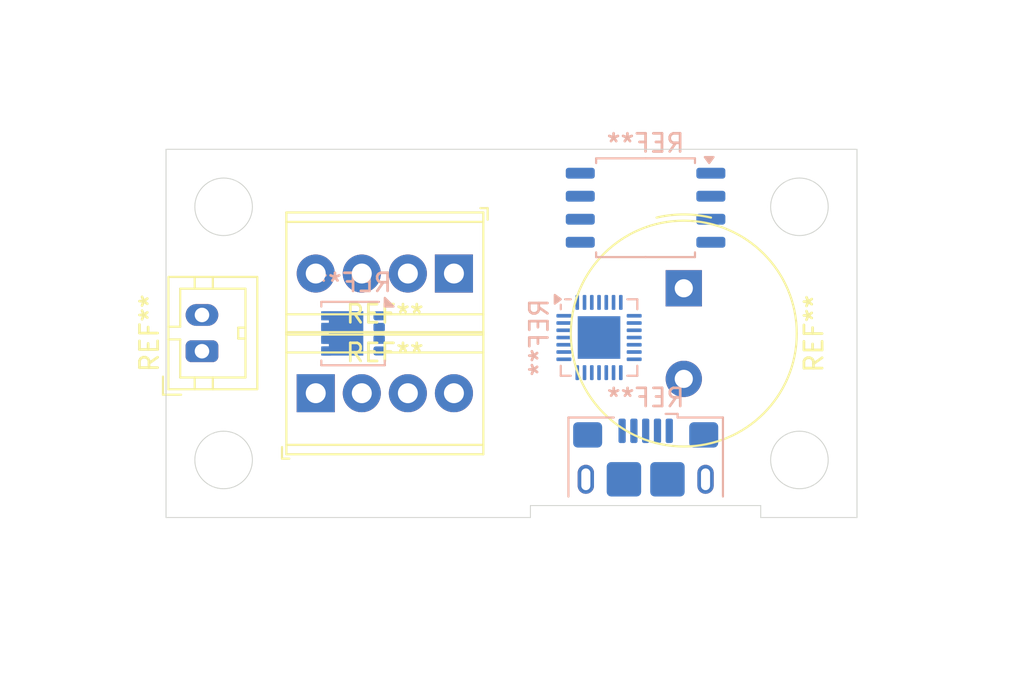
<source format=kicad_pcb>
(kicad_pcb (version 20221018) (generator pcbnew)
  (layers (0 "F.Cu" signal) (31 "B.Cu" signal) (34 "B.Paste" user) (35 "F.Paste" user) (36 "B.SilkS" user "B.Silkscreen") (37 "F.SilkS" user "F.Silkscreen") (38 "B.Mask" user) (39 "F.Mask" user) (44 "Edge.Cuts" user))
  (net 0 "")
  (footprint "TerminalBlock_TE-Connectivity:TerminalBlock_TE_282834-4_1x04_P2.54mm_Horizontal" (layer "F.Cu") (at 142.875 108.458 180)
    (fp_text reference "REF**" (at 3.81 -4.37) (layer "F.SilkS"))
    (fp_text value "TerminalBlock_TE_282834-4_1x04_P2.54mm_Horizontal")
    (fp_line (start -1.86 2.97) (end -1.86 3.61) (stroke (width 0.12)) (layer "F.SilkS"))
    (fp_line (start -1.86 3.61) (end -1.46 3.61) (stroke (width 0.12)) (layer "F.SilkS"))
    (fp_line (start -1.62 -3.37) (end -1.62 3.37) (stroke (width 0.12)) (layer "F.SilkS"))
    (fp_line (start -1.62 -3.37) (end 9.241 -3.37) (stroke (width 0.12)) (layer "F.SilkS"))
    (fp_line (start -1.62 -2.25) (end 9.241 -2.25) (stroke (width 0.12)) (layer "F.SilkS"))
    (fp_line (start -1.62 2.85) (end 9.241 2.85) (stroke (width 0.12)) (layer "F.SilkS"))
    (fp_line (start -1.62 3.37) (end 9.241 3.37) (stroke (width 0.12)) (layer "F.SilkS"))
    (fp_line (start 9.241 -3.37) (end 9.241 3.37) (stroke (width 0.12)) (layer "F.SilkS"))
    (pad "1" thru_hole rect (at 0 0 180) (size 2.1 2.1) (drill 1.1) (layers "*.Cu" "*.Mask"))
    (pad "2" thru_hole circle (at 2.54 0 180) (size 2.1 2.1) (drill 1.1) (layers "*.Cu" "*.Mask"))
    (pad "3" thru_hole circle (at 5.08 0 180) (size 2.1 2.1) (drill 1.1) (layers "*.Cu" "*.Mask"))
    (pad "4" thru_hole circle (at 7.62 0 180) (size 2.1 2.1) (drill 1.1) (layers "*.Cu" "*.Mask"))
  )
  (footprint "Connector_TE-Connectivity:TE_440054-2_1x02_P2.00mm_Vertical" (layer "F.Cu") (at 128.9812 112.744 90)
    (fp_text reference "REF**" (at 1 -2.9 90 unlocked) (layer "F.SilkS"))
    (fp_text value "TE_440054-2_1x02_P2.00mm_Vertical")
    (fp_line (start -2.4 -2.15) (end -2.4 -1.15) (stroke (width 0.12)) (layer "F.SilkS"))
    (fp_line (start -2.4 -2.15) (end -1.4 -2.15) (stroke (width 0.12)) (layer "F.SilkS"))
    (fp_line (start -2.1 -0.4) (end -1.45 -0.4) (stroke (width 0.12)) (layer "F.SilkS"))
    (fp_line (start -2.1 0.6) (end -1.45 0.6) (stroke (width 0.12)) (layer "F.SilkS"))
    (fp_line (start -1.45 -1.2) (end 0.65 -1.2) (stroke (width 0.12)) (layer "F.SilkS"))
    (fp_line (start -1.45 2.4) (end -1.45 -1.2) (stroke (width 0.12)) (layer "F.SilkS"))
    (fp_line (start 0.65 -1.85) (end 0.65 -1.2) (stroke (width 0.12)) (layer "F.SilkS"))
    (fp_line (start 0.7 2) (end 1.3 2) (stroke (width 0.12)) (layer "F.SilkS"))
    (fp_line (start 0.7 2.4) (end 0.7 2) (stroke (width 0.12)) (layer "F.SilkS"))
    (fp_line (start 1.3 2) (end 1.3 2.4) (stroke (width 0.12)) (layer "F.SilkS"))
    (fp_line (start 1.35 -1.85) (end 1.35 -1.2) (stroke (width 0.12)) (layer "F.SilkS"))
    (fp_line (start 3.45 -1.2) (end 1.35 -1.2) (stroke (width 0.12)) (layer "F.SilkS"))
    (fp_line (start 3.45 -1.2) (end 3.45 2.4) (stroke (width 0.12)) (layer "F.SilkS"))
    (fp_line (start 3.45 -0.4) (end 4.1 -0.4) (stroke (width 0.12)) (layer "F.SilkS"))
    (fp_line (start 3.45 0.6) (end 4.1 0.6) (stroke (width 0.12)) (layer "F.SilkS"))
    (fp_line (start 3.45 2.4) (end -1.45 2.4) (stroke (width 0.12)) (layer "F.SilkS"))
    (fp_rect (start -2.1 -1.85) (end 4.1 3.05) (stroke (width 0.12)) (fill none) (layer "F.SilkS"))
    (pad "1" thru_hole roundrect (at 0 0 90) (size 1.2 1.8) (drill 0.8) (layers "*.Cu" "*.Mask"))
    (pad "2" thru_hole oval (at 2 0 90) (size 1.2 1.8) (drill 0.8) (layers "*.Cu" "*.Mask"))
  )
  (footprint "Buzzer_Beeper:Buzzer_TDK_PS1240P02BT_D12.2mm_H6.5mm" (layer "F.Cu") (at 155.5496 109.2708 -90)
    (fp_text reference "REF**" (at 2.5 -7.17 90) (layer "F.SilkS"))
    (fp_text value "Buzzer_TDK_PS1240P02BT_D12.2mm_H6.5mm")
    (fp_arc (start -3.9 1.499999) (mid -4.073431 0) (end -3.9 -1.5) (stroke (width 0.12)) (layer "F.SilkS"))
    (fp_circle (center 2.5 0) (end 8.73 0) (stroke (width 0.12)) (fill none) (layer "F.SilkS"))
    (pad "1" thru_hole rect (at 0 0 270) (size 2 2) (drill 1) (layers "*.Cu" "*.Mask"))
    (pad "2" thru_hole circle (at 5 0 270) (size 2 2) (drill 1) (layers "*.Cu" "*.Mask"))
  )
  (footprint "TerminalBlock_TE-Connectivity:TerminalBlock_TE_282834-4_1x04_P2.54mm_Horizontal" (layer "F.Cu") (at 135.255 115.062)
    (fp_text reference "REF**" (at 3.81 -4.37) (layer "F.SilkS"))
    (fp_text value "TerminalBlock_TE_282834-4_1x04_P2.54mm_Horizontal")
    (fp_line (start -1.86 2.97) (end -1.86 3.61) (stroke (width 0.12)) (layer "F.SilkS"))
    (fp_line (start -1.86 3.61) (end -1.46 3.61) (stroke (width 0.12)) (layer "F.SilkS"))
    (fp_line (start -1.62 -3.37) (end -1.62 3.37) (stroke (width 0.12)) (layer "F.SilkS"))
    (fp_line (start -1.62 -3.37) (end 9.241 -3.37) (stroke (width 0.12)) (layer "F.SilkS"))
    (fp_line (start -1.62 -2.25) (end 9.241 -2.25) (stroke (width 0.12)) (layer "F.SilkS"))
    (fp_line (start -1.62 2.85) (end 9.241 2.85) (stroke (width 0.12)) (layer "F.SilkS"))
    (fp_line (start -1.62 3.37) (end 9.241 3.37) (stroke (width 0.12)) (layer "F.SilkS"))
    (fp_line (start 9.241 -3.37) (end 9.241 3.37) (stroke (width 0.12)) (layer "F.SilkS"))
    (pad "1" thru_hole rect (at 0 0) (size 2.1 2.1) (drill 1.1) (layers "*.Cu" "*.Mask"))
    (pad "2" thru_hole circle (at 2.54 0) (size 2.1 2.1) (drill 1.1) (layers "*.Cu" "*.Mask"))
    (pad "3" thru_hole circle (at 5.08 0) (size 2.1 2.1) (drill 1.1) (layers "*.Cu" "*.Mask"))
    (pad "4" thru_hole circle (at 7.62 0) (size 2.1 2.1) (drill 1.1) (layers "*.Cu" "*.Mask"))
  )
  (footprint "Connector_USB:USB_Micro-B_Amphenol_10118193-0001LF_Horizontal" (layer "B.Cu") (at 153.4485 119.8118 180)
    (fp_text reference "REF**" (at 0 4.5) (layer "B.SilkS") (effects (justify mirror)))
    (fp_text value "USB_Micro-B_Amphenol_10118193-0001LF_Horizontal")
    (fp_line (start -4.26 3.41) (end -4.26 -0.95) (stroke (width 0.12)) (layer "B.SilkS"))
    (fp_line (start -4.26 3.41) (end -1.76 3.41) (stroke (width 0.12)) (layer "B.SilkS"))
    (fp_line (start -1.76 3.41) (end -1.76 3.61) (stroke (width 0.12)) (layer "B.SilkS"))
    (fp_line (start -1.1 3.61) (end -1.76 3.61) (stroke (width 0.12)) (layer "B.SilkS"))
    (fp_line (start 1.76 3.41) (end 4.26 3.41) (stroke (width 0.12)) (layer "B.SilkS"))
    (fp_line (start 4.26 3.41) (end 4.26 -0.95) (stroke (width 0.12)) (layer "B.SilkS"))
    (pad "1" smd roundrect (at -1.3 2.675 180) (size 0.4 1.35) (layers "B.Cu" "B.Paste" "B.Mask"))
    (pad "2" smd roundrect (at -0.65 2.675 180) (size 0.4 1.35) (layers "B.Cu" "B.Paste" "B.Mask"))
    (pad "3" smd roundrect (at 0 2.675 180) (size 0.4 1.35) (layers "B.Cu" "B.Paste" "B.Mask"))
    (pad "4" smd roundrect (at 0.65 2.675 180) (size 0.4 1.35) (layers "B.Cu" "B.Paste" "B.Mask"))
    (pad "5" smd roundrect (at 1.3 2.675 180) (size 0.4 1.35) (layers "B.Cu" "B.Paste" "B.Mask"))
    (pad "6" thru_hole oval (at -3.3 0 90) (size 1.6 0.9) (drill oval 1.2 0.5) (layers "*.Cu" "*.Mask" "B.Paste"))
    (pad "6" smd roundrect (at -3.2 2.45 180) (size 1.6 1.4) (layers "B.Cu" "B.Paste" "B.Mask") (roundrect_rratio 0.1785714286))
    (pad "6" smd roundrect (at -1.2 0 180) (size 1.9 1.9) (layers "B.Cu" "B.Paste" "B.Mask") (roundrect_rratio 0.1315789474))
    (pad "6" smd roundrect (at 1.2 0 180) (size 1.9 1.9) (layers "B.Cu" "B.Paste" "B.Mask") (roundrect_rratio 0.1315789474))
    (pad "6" smd roundrect (at 3.2 2.45 180) (size 1.6 1.4) (layers "B.Cu" "B.Paste" "B.Mask") (roundrect_rratio 0.1785714286))
    (pad "6" thru_hole oval (at 3.3 0 90) (size 1.6 0.9) (drill oval 1.2 0.5) (layers "*.Cu" "*.Mask" "B.Paste"))
  )
  (footprint "Package_DFN_QFN:UQFN-28-1EP_4x4mm_P0.4mm_EP2.35x2.35mm" (layer "B.Cu") (at 150.876 111.9886 -90)
    (fp_text reference "REF**" (at 0 3.3 90) (layer "B.SilkS") (effects (justify mirror)))
    (fp_text value "UQFN-28-1EP_4x4mm_P0.4mm_EP2.35x2.35mm")
    (fp_line (start -2.11 -2.11) (end -2.11 -1.56) (stroke (width 0.12)) (layer "B.SilkS"))
    (fp_line (start -2.11 1.56) (end -2.11 1.87) (stroke (width 0.12)) (layer "B.SilkS"))
    (fp_line (start -1.56 -2.11) (end -2.11 -2.11) (stroke (width 0.12)) (layer "B.SilkS"))
    (fp_line (start -1.56 2.11) (end -1.81 2.11) (stroke (width 0.12)) (layer "B.SilkS"))
    (fp_line (start 1.56 -2.11) (end 2.11 -2.11) (stroke (width 0.12)) (layer "B.SilkS"))
    (fp_line (start 1.56 2.11) (end 2.11 2.11) (stroke (width 0.12)) (layer "B.SilkS"))
    (fp_line (start 2.11 -2.11) (end 2.11 -1.56) (stroke (width 0.12)) (layer "B.SilkS"))
    (fp_line (start 2.11 2.11) (end 2.11 1.56) (stroke (width 0.12)) (layer "B.SilkS"))
    (fp_poly (pts (xy -2.11 2.11) (xy -2.35 2.44) (xy -1.87 2.44) (xy -2.11 2.11)) (stroke (width 0.12)) (fill solid) (layer "B.SilkS"))
    (pad "1" smd roundrect (at -1.9375 1.2 270) (size 0.825 0.2) (layers "B.Cu" "B.Paste" "B.Mask"))
    (pad "2" smd roundrect (at -1.9375 0.8 270) (size 0.825 0.2) (layers "B.Cu" "B.Paste" "B.Mask"))
    (pad "3" smd roundrect (at -1.9375 0.4 270) (size 0.825 0.2) (layers "B.Cu" "B.Paste" "B.Mask"))
    (pad "4" smd roundrect (at -1.9375 0 270) (size 0.825 0.2) (layers "B.Cu" "B.Paste" "B.Mask"))
    (pad "5" smd roundrect (at -1.9375 -0.4 270) (size 0.825 0.2) (layers "B.Cu" "B.Paste" "B.Mask"))
    (pad "6" smd roundrect (at -1.9375 -0.8 270) (size 0.825 0.2) (layers "B.Cu" "B.Paste" "B.Mask"))
    (pad "7" smd roundrect (at -1.9375 -1.2 270) (size 0.825 0.2) (layers "B.Cu" "B.Paste" "B.Mask"))
    (pad "8" smd roundrect (at -1.2 -1.9375 270) (size 0.2 0.825) (layers "B.Cu" "B.Paste" "B.Mask"))
    (pad "9" smd roundrect (at -0.8 -1.9375 270) (size 0.2 0.825) (layers "B.Cu" "B.Paste" "B.Mask"))
    (pad "10" smd roundrect (at -0.4 -1.9375 270) (size 0.2 0.825) (layers "B.Cu" "B.Paste" "B.Mask"))
    (pad "11" smd roundrect (at 0 -1.9375 270) (size 0.2 0.825) (layers "B.Cu" "B.Paste" "B.Mask"))
    (pad "12" smd roundrect (at 0.4 -1.9375 270) (size 0.2 0.825) (layers "B.Cu" "B.Paste" "B.Mask"))
    (pad "13" smd roundrect (at 0.8 -1.9375 270) (size 0.2 0.825) (layers "B.Cu" "B.Paste" "B.Mask"))
    (pad "14" smd roundrect (at 1.2 -1.9375 270) (size 0.2 0.825) (layers "B.Cu" "B.Paste" "B.Mask"))
    (pad "15" smd roundrect (at 1.9375 -1.2 270) (size 0.825 0.2) (layers "B.Cu" "B.Paste" "B.Mask"))
    (pad "16" smd roundrect (at 1.9375 -0.8 270) (size 0.825 0.2) (layers "B.Cu" "B.Paste" "B.Mask"))
    (pad "17" smd roundrect (at 1.9375 -0.4 270) (size 0.825 0.2) (layers "B.Cu" "B.Paste" "B.Mask"))
    (pad "18" smd roundrect (at 1.9375 0 270) (size 0.825 0.2) (layers "B.Cu" "B.Paste" "B.Mask"))
    (pad "19" smd roundrect (at 1.9375 0.4 270) (size 0.825 0.2) (layers "B.Cu" "B.Paste" "B.Mask"))
    (pad "20" smd roundrect (at 1.9375 0.8 270) (size 0.825 0.2) (layers "B.Cu" "B.Paste" "B.Mask"))
    (pad "21" smd roundrect (at 1.9375 1.2 270) (size 0.825 0.2) (layers "B.Cu" "B.Paste" "B.Mask"))
    (pad "22" smd roundrect (at 1.2 1.9375 270) (size 0.2 0.825) (layers "B.Cu" "B.Paste" "B.Mask"))
    (pad "23" smd roundrect (at 0.8 1.9375 270) (size 0.2 0.825) (layers "B.Cu" "B.Paste" "B.Mask"))
    (pad "24" smd roundrect (at 0.4 1.9375 270) (size 0.2 0.825) (layers "B.Cu" "B.Paste" "B.Mask"))
    (pad "25" smd roundrect (at 0 1.9375 270) (size 0.2 0.825) (layers "B.Cu" "B.Paste" "B.Mask"))
    (pad "26" smd roundrect (at -0.4 1.9375 270) (size 0.2 0.825) (layers "B.Cu" "B.Paste" "B.Mask"))
    (pad "27" smd roundrect (at -0.8 1.9375 270) (size 0.2 0.825) (layers "B.Cu" "B.Paste" "B.Mask"))
    (pad "28" smd roundrect (at -1.2 1.9375 270) (size 0.2 0.825) (layers "B.Cu" "B.Paste" "B.Mask"))
    (pad "29" smd rect (at 0 0 270) (size 2.35 2.35) (property pad_prop_heatsink) (layers "B.Cu" "B.Mask"))
  )
  (footprint "Package_SO:SOIC-8_5.23x5.23mm_P1.27mm" (layer "B.Cu") (at 153.4414 104.8258 180)
    (fp_text reference "REF**" (at 0 3.56) (layer "B.SilkS") (effects (justify mirror)))
    (fp_text value "SOIC-8_5.23x5.23mm_P1.27mm")
    (fp_line (start -2.725 -2.725) (end -2.725 -2.465) (stroke (width 0.12)) (layer "B.SilkS"))
    (fp_line (start -2.725 2.725) (end -2.725 2.465) (stroke (width 0.12)) (layer "B.SilkS"))
    (fp_line (start 0 -2.725) (end -2.725 -2.725) (stroke (width 0.12)) (layer "B.SilkS"))
    (fp_line (start 0 -2.725) (end 2.725 -2.725) (stroke (width 0.12)) (layer "B.SilkS"))
    (fp_line (start 0 2.725) (end -2.725 2.725) (stroke (width 0.12)) (layer "B.SilkS"))
    (fp_line (start 0 2.725) (end 2.725 2.725) (stroke (width 0.12)) (layer "B.SilkS"))
    (fp_line (start 2.725 -2.725) (end 2.725 -2.465) (stroke (width 0.12)) (layer "B.SilkS"))
    (fp_line (start 2.725 2.725) (end 2.725 2.465) (stroke (width 0.12)) (layer "B.SilkS"))
    (fp_poly (pts (xy -3.5075 2.465) (xy -3.7475 2.795) (xy -3.2675 2.795) (xy -3.5075 2.465)) (stroke (width 0.12)) (fill solid) (layer "B.SilkS"))
    (pad "1" smd roundrect (at -3.6 1.905 180) (size 1.6 0.6) (layers "B.Cu" "B.Paste" "B.Mask"))
    (pad "2" smd roundrect (at -3.6 0.635 180) (size 1.6 0.6) (layers "B.Cu" "B.Paste" "B.Mask"))
    (pad "3" smd roundrect (at -3.6 -0.635 180) (size 1.6 0.6) (layers "B.Cu" "B.Paste" "B.Mask"))
    (pad "4" smd roundrect (at -3.6 -1.905 180) (size 1.6 0.6) (layers "B.Cu" "B.Paste" "B.Mask"))
    (pad "5" smd roundrect (at 3.6 -1.905 180) (size 1.6 0.6) (layers "B.Cu" "B.Paste" "B.Mask"))
    (pad "6" smd roundrect (at 3.6 -0.635 180) (size 1.6 0.6) (layers "B.Cu" "B.Paste" "B.Mask"))
    (pad "7" smd roundrect (at 3.6 0.635 180) (size 1.6 0.6) (layers "B.Cu" "B.Paste" "B.Mask"))
    (pad "8" smd roundrect (at 3.6 1.905 180) (size 1.6 0.6) (layers "B.Cu" "B.Paste" "B.Mask"))
  )
  (footprint "Package_SON:VSON-8_3.3x3.3mm_P0.65mm_NexFET" (layer "B.Cu") (at 137.3124 111.76 180)
    (fp_text reference "REF**" (at 0 2.8) (layer "B.SilkS") (effects (justify mirror)))
    (fp_text value "VSON-8_3.3x3.3mm_P0.65mm_NexFET")
    (fp_line (start -1.75 -1.76) (end 1.75 -1.76) (stroke (width 0.12)) (layer "B.SilkS"))
    (fp_line (start -1.75 -1.5) (end -1.75 -1.76) (stroke (width 0.12)) (layer "B.SilkS"))
    (fp_line (start -1.43 1.74) (end 1.75 1.74) (stroke (width 0.12)) (layer "B.SilkS"))
    (fp_line (start 1.75 -1.5) (end 1.75 -1.76) (stroke (width 0.12)) (layer "B.SilkS"))
    (fp_line (start 1.75 1.74) (end 1.75 1.48) (stroke (width 0.12)) (layer "B.SilkS"))
    (fp_poly (pts (xy -1.75 1.48) (xy -2.23 1.48) (xy -1.75 1.96) (xy -1.75 1.48)) (stroke (width 0.12)) (fill solid) (layer "B.SilkS"))
    (pad "" smd roundrect (at 1.44 -0.9725 180) (size 0.63 0.5) (layers "B.Cu" "B.Paste" "B.Mask"))
    (pad "" smd roundrect (at 1.44 -0.33 180) (size 0.63 0.5) (layers "B.Cu" "B.Paste" "B.Mask"))
    (pad "" smd roundrect (at 1.44 0.33 180) (size 0.63 0.5) (layers "B.Cu" "B.Paste" "B.Mask"))
    (pad "" smd roundrect (at 1.44 0.9725 180) (size 0.63 0.5) (layers "B.Cu" "B.Paste" "B.Mask"))
    (pad "1" smd roundrect (at -1.44 0.97 180) (size 0.63 0.5) (layers "B.Cu" "B.Paste" "B.Mask"))
    (pad "2" smd roundrect (at -1.44 0.33 180) (size 0.63 0.5) (layers "B.Cu" "B.Paste" "B.Mask"))
    (pad "3" smd roundrect (at -1.44 -0.33 180) (size 0.63 0.5) (layers "B.Cu" "B.Paste" "B.Mask"))
    (pad "4" smd roundrect (at -1.44 -0.97 180) (size 0.63 0.5) (layers "B.Cu" "B.Paste" "B.Mask"))
    (pad "5" smd custom (at 0.385 0 180) (size 1.9 2.45) (layers "B.Cu" "B.Mask") (options (clearance outline) (anchor rect)) (primitives (gr_poly (pts (xy 1.371 0.72) (xy 0.95 0.72) (xy 0.95 0.58) (xy 1.37 0.58) (xy 1.37 0.08) (xy 0.95 0.08) (xy 0.95 -0.08) (xy 1.37 -0.08) (xy 1.37 -0.58) (xy 0.95 -0.58) (xy 0.95 -0.72) (xy 1.37 -0.72) (xy 1.37 -1.225) (xy -0.95 -1.225) (xy -0.95 1.225) (xy 1.371 1.225)) (width 0) (fill yes))))
  )
  (gr_line (start 159.7914 121.2596) (end 159.7914 121.92) (stroke (width 0.05)) (layer "Edge.Cuts"))
  (gr_circle (center 130.175 118.745) (end 131.7625 118.745) (stroke (width 0.05)) (fill none) (layer "Edge.Cuts"))
  (gr_circle (center 130.175 104.775) (end 131.7625 104.775) (stroke (width 0.05)) (fill none) (layer "Edge.Cuts"))
  (gr_line (start 127 121.92) (end 147.0914 121.92) (stroke (width 0.05)) (layer "Edge.Cuts"))
  (gr_line (start 165.1 101.6) (end 165.1 121.92) (stroke (width 0.05)) (layer "Edge.Cuts"))
  (gr_line (start 159.7914 121.92) (end 165.1 121.92) (stroke (width 0.05)) (layer "Edge.Cuts"))
  (gr_circle (center 161.925 104.775) (end 163.5125 104.775) (stroke (width 0.05)) (fill none) (layer "Edge.Cuts"))
  (gr_line (start 147.0914 121.92) (end 147.0914 121.2596) (stroke (width 0.05)) (layer "Edge.Cuts"))
  (gr_line (start 127 101.6) (end 165.1 101.6) (stroke (width 0.05)) (layer "Edge.Cuts"))
  (gr_line (start 127 121.92) (end 127 101.6) (stroke (width 0.05)) (layer "Edge.Cuts"))
  (gr_circle (center 161.925 118.745) (end 163.5125 118.745) (stroke (width 0.05)) (fill none) (layer "Edge.Cuts"))
  (gr_line (start 147.0914 121.2596) (end 159.7914 121.2596) (stroke (width 0.05)) (layer "Edge.Cuts"))
)
</source>
